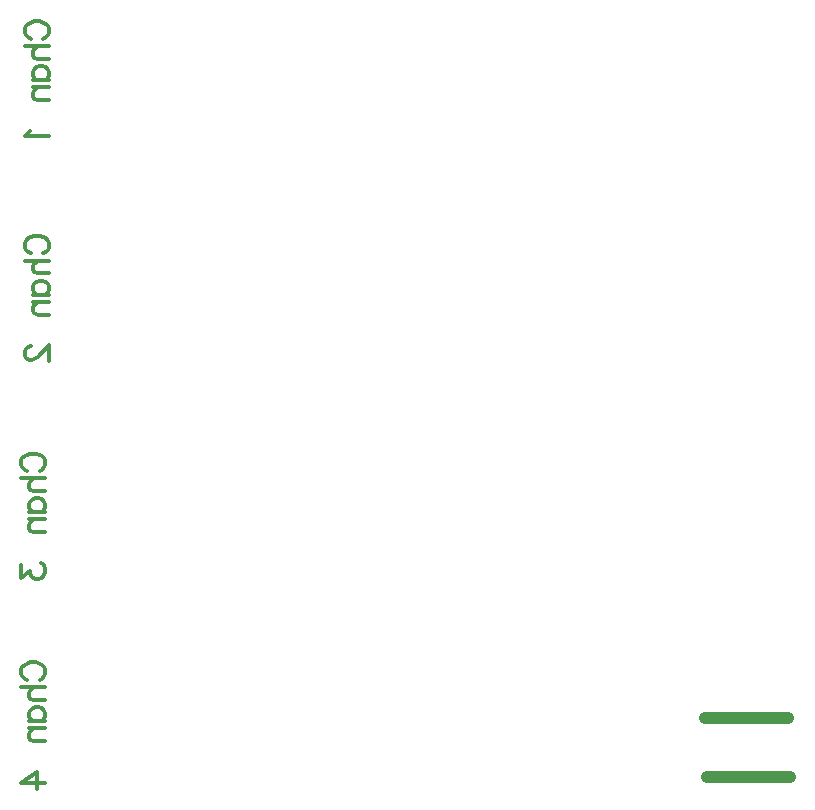
<source format=gbr>
G04 DipTrace 4.3.0.1*
G04 BottomSilk.gbr*
%MOMM*%
G04 #@! TF.FileFunction,Legend,Bot*
G04 #@! TF.Part,Single*
%ADD17C,1.0*%
%ADD74C,0.31373*%
%FSLAX35Y35*%
G04*
G71*
G90*
G75*
G01*
G04 BotSilk*
%LPD*%
X2110627Y-2567750D2*
D17*
X2810627D1*
X2126500Y-3067877D2*
X2826500D1*
X-3598150Y3186858D2*
D74*
X-3617467Y3196517D1*
X-3637008Y3216058D1*
X-3646667Y3235375D1*
Y3274234D1*
X-3637008Y3293775D1*
X-3617467Y3313092D1*
X-3598150Y3322975D1*
X-3568950Y3332634D1*
X-3520208D1*
X-3491233Y3322975D1*
X-3471691Y3313092D1*
X-3452374Y3293775D1*
X-3442491Y3274234D1*
Y3235375D1*
X-3452374Y3216058D1*
X-3471691Y3196517D1*
X-3491233Y3186858D1*
X-3646667Y3124113D2*
X-3442491D1*
X-3539750D2*
X-3568950Y3094913D1*
X-3578608Y3075372D1*
Y3046172D1*
X-3568950Y3026855D1*
X-3539750Y3017196D1*
X-3442491D1*
X-3578608Y2837876D2*
X-3442491D1*
X-3549408D2*
X-3568950Y2857193D1*
X-3578608Y2876734D1*
Y2905710D1*
X-3568950Y2925251D1*
X-3549408Y2944568D1*
X-3520208Y2954451D1*
X-3500891D1*
X-3471691Y2944568D1*
X-3452374Y2925251D1*
X-3442491Y2905710D1*
Y2876734D1*
X-3452374Y2857193D1*
X-3471691Y2837876D1*
X-3578608Y2775131D2*
X-3442491D1*
X-3539750D2*
X-3568950Y2745931D1*
X-3578608Y2726389D1*
Y2697414D1*
X-3568950Y2677872D1*
X-3539750Y2668214D1*
X-3442491D1*
X-3607583Y2407954D2*
X-3617467Y2388413D1*
X-3646442Y2359213D1*
X-3442491D1*
X-3598150Y1369234D2*
X-3617467Y1378892D1*
X-3637008Y1398434D1*
X-3646667Y1417751D1*
Y1456609D1*
X-3637008Y1476151D1*
X-3617467Y1495468D1*
X-3598150Y1505351D1*
X-3568950Y1515009D1*
X-3520208D1*
X-3491233Y1505351D1*
X-3471691Y1495468D1*
X-3452374Y1476151D1*
X-3442491Y1456609D1*
Y1417751D1*
X-3452374Y1398434D1*
X-3471691Y1378892D1*
X-3491233Y1369234D1*
X-3646667Y1306489D2*
X-3442491D1*
X-3539750D2*
X-3568950Y1277289D1*
X-3578608Y1257747D1*
Y1228547D1*
X-3568950Y1209230D1*
X-3539750Y1199572D1*
X-3442491D1*
X-3578608Y1020251D2*
X-3442491D1*
X-3549408D2*
X-3568950Y1039568D1*
X-3578608Y1059110D1*
Y1088085D1*
X-3568950Y1107627D1*
X-3549408Y1126944D1*
X-3520208Y1136827D1*
X-3500891D1*
X-3471691Y1126944D1*
X-3452374Y1107627D1*
X-3442491Y1088085D1*
Y1059110D1*
X-3452374Y1039568D1*
X-3471691Y1020251D1*
X-3578608Y957506D2*
X-3442491D1*
X-3539750D2*
X-3568950Y928306D1*
X-3578608Y908765D1*
Y879789D1*
X-3568950Y860248D1*
X-3539750Y850589D1*
X-3442491D1*
X-3597925Y580447D2*
X-3607583D1*
X-3627125Y570788D1*
X-3636783Y561130D1*
X-3646442Y541588D1*
Y502730D1*
X-3636783Y483413D1*
X-3627125Y473754D1*
X-3607583Y463871D1*
X-3588267D1*
X-3568725Y473754D1*
X-3539750Y493071D1*
X-3442491Y590330D1*
Y454213D1*
X-3629900Y-472266D2*
X-3649217Y-462608D1*
X-3668758Y-443066D1*
X-3678417Y-423749D1*
Y-384891D1*
X-3668758Y-365349D1*
X-3649217Y-346032D1*
X-3629900Y-336149D1*
X-3600700Y-326491D1*
X-3551958D1*
X-3522983Y-336149D1*
X-3503441Y-346032D1*
X-3484124Y-365349D1*
X-3474241Y-384891D1*
Y-423749D1*
X-3484124Y-443066D1*
X-3503441Y-462608D1*
X-3522983Y-472266D1*
X-3678417Y-535011D2*
X-3474241D1*
X-3571500D2*
X-3600700Y-564211D1*
X-3610358Y-583753D1*
Y-612953D1*
X-3600700Y-632270D1*
X-3571500Y-641928D1*
X-3474241D1*
X-3610358Y-821249D2*
X-3474241D1*
X-3581158D2*
X-3600700Y-801932D1*
X-3610358Y-782390D1*
Y-753415D1*
X-3600700Y-733873D1*
X-3581158Y-714556D1*
X-3551958Y-704673D1*
X-3532641D1*
X-3503441Y-714556D1*
X-3484124Y-733873D1*
X-3474241Y-753415D1*
Y-782390D1*
X-3484124Y-801932D1*
X-3503441Y-821249D1*
X-3610358Y-883994D2*
X-3474241D1*
X-3571500D2*
X-3600700Y-913194D1*
X-3610358Y-932735D1*
Y-961711D1*
X-3600700Y-981252D1*
X-3571500Y-990911D1*
X-3474241D1*
X-3678192Y-1270712D2*
Y-1377404D1*
X-3600475Y-1319229D1*
Y-1348429D1*
X-3590817Y-1367746D1*
X-3581158Y-1377404D1*
X-3551958Y-1387287D1*
X-3532641D1*
X-3503441Y-1377404D1*
X-3483900Y-1358087D1*
X-3474241Y-1328887D1*
Y-1299687D1*
X-3483900Y-1270712D1*
X-3493783Y-1261053D1*
X-3513100Y-1251170D1*
X-3629900Y-2240608D2*
X-3649217Y-2230949D1*
X-3668758Y-2211408D1*
X-3678417Y-2192091D1*
Y-2153232D1*
X-3668758Y-2133691D1*
X-3649217Y-2114374D1*
X-3629900Y-2104491D1*
X-3600700Y-2094832D1*
X-3551958D1*
X-3522983Y-2104491D1*
X-3503441Y-2114374D1*
X-3484124Y-2133691D1*
X-3474241Y-2153232D1*
Y-2192091D1*
X-3484124Y-2211408D1*
X-3503441Y-2230949D1*
X-3522983Y-2240608D1*
X-3678417Y-2303353D2*
X-3474241D1*
X-3571500D2*
X-3600700Y-2332553D1*
X-3610358Y-2352094D1*
Y-2381294D1*
X-3600700Y-2400611D1*
X-3571500Y-2410270D1*
X-3474241D1*
X-3610358Y-2589590D2*
X-3474241D1*
X-3581158D2*
X-3600700Y-2570273D1*
X-3610358Y-2550732D1*
Y-2521756D1*
X-3600700Y-2502215D1*
X-3581158Y-2482898D1*
X-3551958Y-2473015D1*
X-3532641D1*
X-3503441Y-2482898D1*
X-3484124Y-2502215D1*
X-3474241Y-2521756D1*
Y-2550732D1*
X-3484124Y-2570273D1*
X-3503441Y-2589590D1*
X-3610358Y-2652335D2*
X-3474241D1*
X-3571500D2*
X-3600700Y-2681535D1*
X-3610358Y-2701077D1*
Y-2730052D1*
X-3600700Y-2749594D1*
X-3571500Y-2759252D1*
X-3474241D1*
Y-3116770D2*
X-3678192D1*
X-3542300Y-3019512D1*
Y-3165287D1*
M02*

</source>
